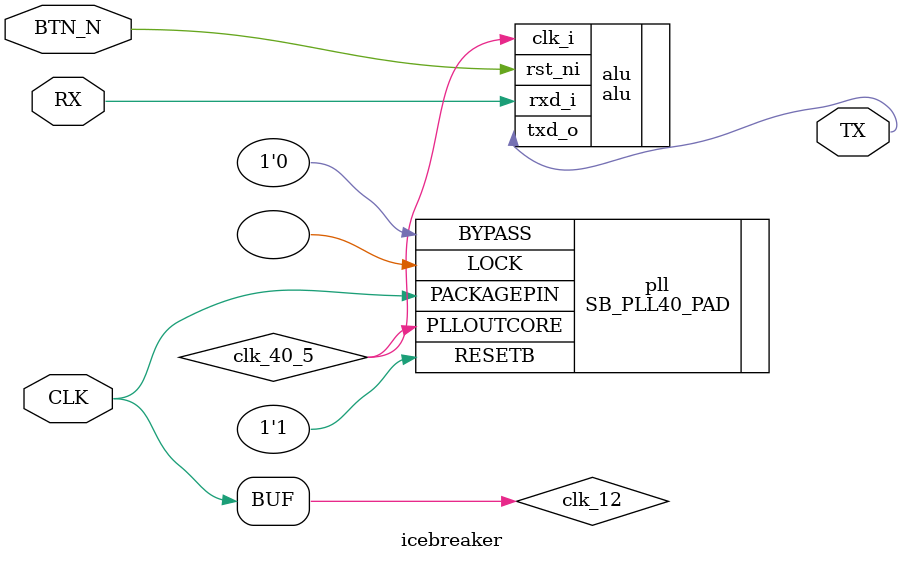
<source format=v>

module icebreaker (
    input  wire CLK,
    input  wire BTN_N,
    input  wire RX,
    output wire TX
);

  wire clk_12 = CLK;
  wire clk_40_5;

  // icepll -i 12 -o 50
  SB_PLL40_PAD #(
      .FEEDBACK_PATH("SIMPLE"),
      .DIVR(4'd0),
      .DIVF(7'd80),
      .DIVQ(3'd5),
      .FILTER_RANGE(3'd1)
  ) pll (
      .LOCK(),
      .RESETB(1'b1),
      .BYPASS(1'b0),
      .PACKAGEPIN(clk_12),
      .PLLOUTCORE(clk_40_5)
  );

  alu alu (
      .clk_i (clk_40_5),
      .rst_ni(BTN_N),
      .rxd_i (RX),
      .txd_o (TX)
  );

endmodule

</source>
